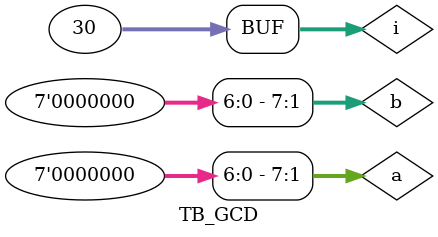
<source format=v>
`timescale 1ns / 1ps

module TB_GCD();
parameter n=8;
reg [n-1:0]a,b;
wire [n-1:0]gcd;
integer i;

GCD dut(a,b,gcd);

initial begin 
    {a,b} = 0; #10;
    for(i=0 ; i<30; i=i+1) begin
        a=$random;
        b=$random; #10;
    end
    
end
endmodule

</source>
